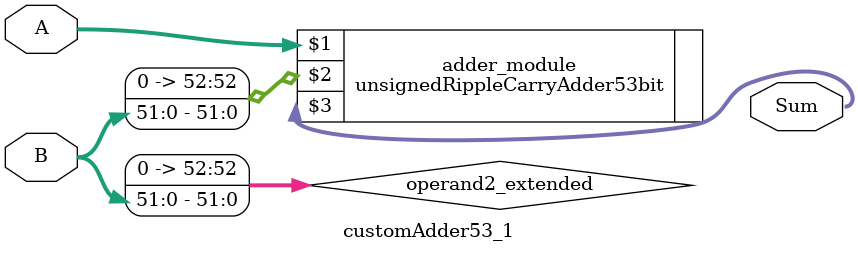
<source format=v>
module customAdder53_1(
                        input [52 : 0] A,
                        input [51 : 0] B,
                        
                        output [53 : 0] Sum
                );

        wire [52 : 0] operand2_extended;
        
        assign operand2_extended =  {1'b0, B};
        
        unsignedRippleCarryAdder53bit adder_module(
            A,
            operand2_extended,
            Sum
        );
        
        endmodule
        
</source>
